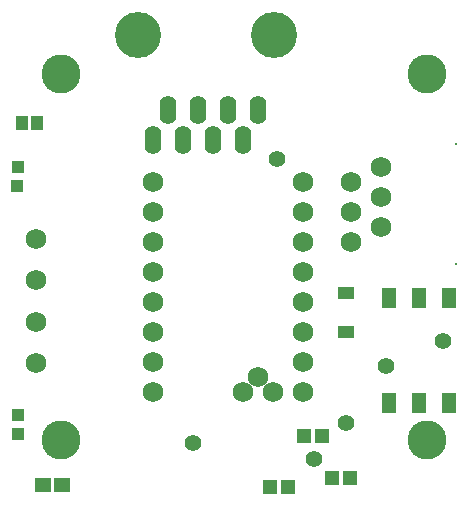
<source format=gts>
G04*
G04 #@! TF.GenerationSoftware,Altium Limited,CircuitMaker,2.2.0 (2.2.0.5)*
G04*
G04 Layer_Color=20142*
%FSLAX25Y25*%
%MOIN*%
G70*
G04*
G04 #@! TF.SameCoordinates,9A8D6191-CA6A-4FCB-8608-DBD58737C46A*
G04*
G04*
G04 #@! TF.FilePolarity,Negative*
G04*
G01*
G75*
%ADD23R,0.04934X0.04737*%
%ADD24R,0.04147X0.04147*%
%ADD25R,0.05328X0.04934*%
%ADD26R,0.04343X0.04934*%
%ADD27R,0.05603X0.04383*%
%ADD28R,0.05131X0.06706*%
%ADD29R,0.05131X0.06706*%
%ADD30R,0.05131X0.06706*%
%ADD31C,0.06800*%
%ADD32C,0.00800*%
%ADD33O,0.05524X0.09461*%
%ADD34C,0.15367*%
%ADD35C,0.05524*%
%ADD36C,0.13005*%
D23*
X196457Y105217D02*
D03*
X190551D02*
D03*
X207677Y122146D02*
D03*
X201772D02*
D03*
X217126Y108071D02*
D03*
X211220D02*
D03*
D24*
X106299Y129134D02*
D03*
Y122835D02*
D03*
Y211811D02*
D03*
X106201Y205512D02*
D03*
D25*
X121161Y105906D02*
D03*
X114665D02*
D03*
D26*
X107579Y226575D02*
D03*
X112894D02*
D03*
D27*
X215846Y169843D02*
D03*
Y156929D02*
D03*
D28*
X229921Y168110D02*
D03*
X249921D02*
D03*
X239921D02*
D03*
D29*
X249921Y133071D02*
D03*
X239921D02*
D03*
D30*
X229921D02*
D03*
D31*
X151398Y206673D02*
D03*
Y196673D02*
D03*
Y186673D02*
D03*
Y176673D02*
D03*
Y166673D02*
D03*
Y156673D02*
D03*
Y146673D02*
D03*
Y136673D02*
D03*
X201398D02*
D03*
Y146673D02*
D03*
Y156673D02*
D03*
Y166673D02*
D03*
Y176673D02*
D03*
Y186673D02*
D03*
Y196673D02*
D03*
Y206673D02*
D03*
X191398Y136673D02*
D03*
X181398D02*
D03*
X186398Y141673D02*
D03*
X112402Y146457D02*
D03*
Y160236D02*
D03*
Y174016D02*
D03*
Y187795D02*
D03*
X227461Y191890D02*
D03*
X217461Y186929D02*
D03*
X227461Y201890D02*
D03*
X217461Y196929D02*
D03*
X227461Y211890D02*
D03*
X217461Y206929D02*
D03*
D32*
X252461Y179409D02*
D03*
Y219409D02*
D03*
D33*
X181496Y220728D02*
D03*
X171496D02*
D03*
X151496D02*
D03*
X161496D02*
D03*
X156496Y230728D02*
D03*
X166496D02*
D03*
X186496D02*
D03*
X176496D02*
D03*
D34*
X146358Y255728D02*
D03*
X191634D02*
D03*
D35*
X164764Y119980D02*
D03*
X215900Y126575D02*
D03*
X192900Y214500D02*
D03*
X205046Y114469D02*
D03*
X229200Y145600D02*
D03*
X248000Y153800D02*
D03*
D36*
X120669Y120669D02*
D03*
X242717D02*
D03*
X120669Y242717D02*
D03*
X242717D02*
D03*
M02*

</source>
